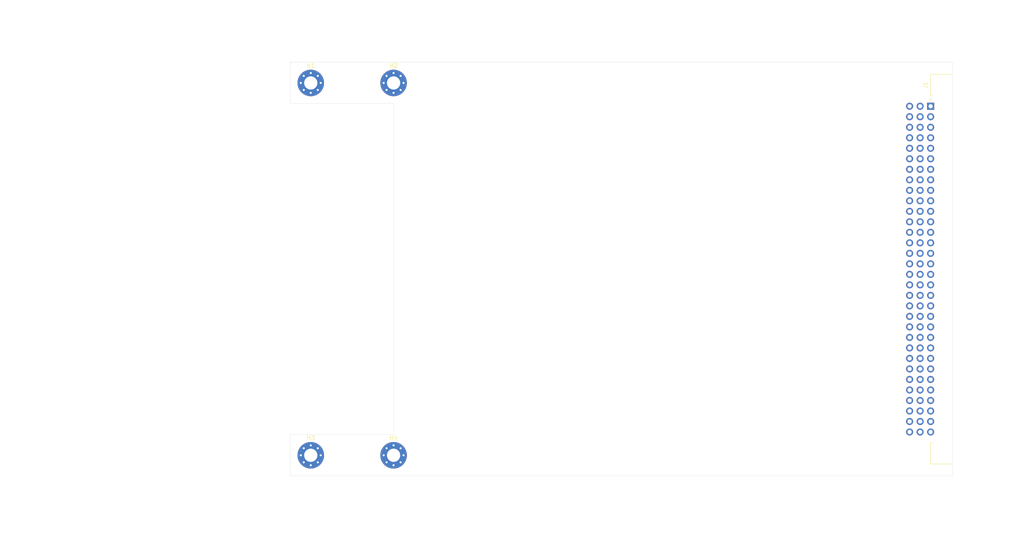
<source format=kicad_pcb>
(kicad_pcb (version 20221018) (generator pcbnew)
  (layers (0 "F.Cu" signal) (31 "B.Cu" signal) (34 "B.Paste" user) (35 "F.Paste" user) (36 "B.SilkS" user "B.Silkscreen") (37 "F.SilkS" user "F.Silkscreen") (38 "B.Mask" user) (39 "F.Mask" user) (44 "Edge.Cuts" user))
  (net 0 "")
  (footprint "MountingHole_3.2mm_M3_Pad_Via" (layer "F.Cu") (at 95 125)
    (fp_text reference "H3" (at 0 -4.2) (layer "F.SilkS"))
    (fp_text value "MountingHole_3.2mm_M3_Pad_Via")
    (pad "1" thru_hole circle (at -2.4 0) (size 0.8 0.8) (drill 0.5) (layers "*.Cu" "*.Mask"))
    (pad "1" thru_hole circle (at -1.697056 -1.697056) (size 0.8 0.8) (drill 0.5) (layers "*.Cu" "*.Mask"))
    (pad "1" thru_hole circle (at -1.697056 1.697056) (size 0.8 0.8) (drill 0.5) (layers "*.Cu" "*.Mask"))
    (pad "1" thru_hole circle (at 0 -2.4) (size 0.8 0.8) (drill 0.5) (layers "*.Cu" "*.Mask"))
    (pad "1" thru_hole circle (at 0 0) (size 6.4 6.4) (drill 3.2) (layers "*.Cu" "*.Mask"))
    (pad "1" thru_hole circle (at 0 2.4) (size 0.8 0.8) (drill 0.5) (layers "*.Cu" "*.Mask"))
    (pad "1" thru_hole circle (at 1.697056 -1.697056) (size 0.8 0.8) (drill 0.5) (layers "*.Cu" "*.Mask"))
    (pad "1" thru_hole circle (at 1.697056 1.697056) (size 0.8 0.8) (drill 0.5) (layers "*.Cu" "*.Mask"))
    (pad "1" thru_hole circle (at 2.4 0) (size 0.8 0.8) (drill 0.5) (layers "*.Cu" "*.Mask"))
  )
  (footprint "DIN41612_B_3x32_Horizontal" (layer "F.Cu") (at 244.7 40.63 -90)
    (fp_text reference "J1" (at -5.08 1.27 -90) (layer "F.SilkS"))
    (fp_text value "DIN41612_B_3x32_Horizontal")
    (fp_line (start -7.73 0.06) (end -7.73 -5.04) (stroke (width 0.15)) (layer "F.SilkS"))
    (fp_line (start -2.53 -0.44) (end -2.53 0.06) (stroke (width 0.15)) (layer "F.SilkS"))
    (fp_line (start -2.53 0.06) (end -7.73 0.06) (stroke (width 0.15)) (layer "F.SilkS"))
    (fp_line (start -1.95 -0.3) (end -1.95 0.3) (stroke (width 0.12)) (layer "F.SilkS"))
    (fp_line (start -1.95 0.3) (end -1.35 0) (stroke (width 0.12)) (layer "F.SilkS"))
    (fp_line (start -1.35 0) (end -1.95 -0.3) (stroke (width 0.12)) (layer "F.SilkS"))
    (fp_line (start 81.27 -0.44) (end 81.27 0.06) (stroke (width 0.15)) (layer "F.SilkS"))
    (fp_line (start 81.27 0.06) (end 86.47 0.06) (stroke (width 0.15)) (layer "F.SilkS"))
    (fp_line (start 86.47 0.06) (end 86.47 -5.04) (stroke (width 0.15)) (layer "F.SilkS"))
    (pad "" np_thru_hole circle (at -5.08 -2.54 270) (size 2.8 2.8) (drill 2.8) (layers "*.Cu" "*.Mask"))
    (pad "" np_thru_hole circle (at 83.82 -2.54 270) (size 2.8 2.8) (drill 2.8) (layers "*.Cu" "*.Mask"))
    (pad "a1" thru_hole rect (at 0 0 270) (size 1.7 1.7) (drill 1) (layers "*.Cu" "*.Mask"))
    (pad "a2" thru_hole circle (at 2.54 0 270) (size 1.7 1.7) (drill 1) (layers "*.Cu" "*.Mask"))
    (pad "a3" thru_hole circle (at 5.08 0 270) (size 1.7 1.7) (drill 1) (layers "*.Cu" "*.Mask"))
    (pad "a4" thru_hole circle (at 7.62 0 270) (size 1.7 1.7) (drill 1) (layers "*.Cu" "*.Mask"))
    (pad "a5" thru_hole circle (at 10.16 0 270) (size 1.7 1.7) (drill 1) (layers "*.Cu" "*.Mask"))
    (pad "a6" thru_hole circle (at 12.7 0 270) (size 1.7 1.7) (drill 1) (layers "*.Cu" "*.Mask"))
    (pad "a7" thru_hole circle (at 15.24 0 270) (size 1.7 1.7) (drill 1) (layers "*.Cu" "*.Mask"))
    (pad "a8" thru_hole circle (at 17.78 0 270) (size 1.7 1.7) (drill 1) (layers "*.Cu" "*.Mask"))
    (pad "a9" thru_hole circle (at 20.32 0 270) (size 1.7 1.7) (drill 1) (layers "*.Cu" "*.Mask"))
    (pad "a10" thru_hole circle (at 22.86 0 270) (size 1.7 1.7) (drill 1) (layers "*.Cu" "*.Mask"))
    (pad "a11" thru_hole circle (at 25.4 0 270) (size 1.7 1.7) (drill 1) (layers "*.Cu" "*.Mask"))
    (pad "a12" thru_hole circle (at 27.94 0 270) (size 1.7 1.7) (drill 1) (layers "*.Cu" "*.Mask"))
    (pad "a13" thru_hole circle (at 30.48 0 270) (size 1.7 1.7) (drill 1) (layers "*.Cu" "*.Mask"))
    (pad "a14" thru_hole circle (at 33.02 0 270) (size 1.7 1.7) (drill 1) (layers "*.Cu" "*.Mask"))
    (pad "a15" thru_hole circle (at 35.56 0 270) (size 1.7 1.7) (drill 1) (layers "*.Cu" "*.Mask"))
    (pad "a16" thru_hole circle (at 38.1 0 270) (size 1.7 1.7) (drill 1) (layers "*.Cu" "*.Mask"))
    (pad "a17" thru_hole circle (at 40.64 0 270) (size 1.7 1.7) (drill 1) (layers "*.Cu" "*.Mask"))
    (pad "a18" thru_hole circle (at 43.18 0 270) (size 1.7 1.7) (drill 1) (layers "*.Cu" "*.Mask"))
    (pad "a19" thru_hole circle (at 45.72 0 270) (size 1.7 1.7) (drill 1) (layers "*.Cu" "*.Mask"))
    (pad "a20" thru_hole circle (at 48.26 0 270) (size 1.7 1.7) (drill 1) (layers "*.Cu" "*.Mask"))
    (pad "a21" thru_hole circle (at 50.8 0 270) (size 1.7 1.7) (drill 1) (layers "*.Cu" "*.Mask"))
    (pad "a22" thru_hole circle (at 53.34 0 270) (size 1.7 1.7) (drill 1) (layers "*.Cu" "*.Mask"))
    (pad "a23" thru_hole circle (at 55.88 0 270) (size 1.7 1.7) (drill 1) (layers "*.Cu" "*.Mask"))
    (pad "a24" thru_hole circle (at 58.42 0 270) (size 1.7 1.7) (drill 1) (layers "*.Cu" "*.Mask"))
    (pad "a25" thru_hole circle (at 60.96 0 270) (size 1.7 1.7) (drill 1) (layers "*.Cu" "*.Mask"))
    (pad "a26" thru_hole circle (at 63.5 0 270) (size 1.7 1.7) (drill 1) (layers "*.Cu" "*.Mask"))
    (pad "a27" thru_hole circle (at 66.04 0 270) (size 1.7 1.7) (drill 1) (layers "*.Cu" "*.Mask"))
    (pad "a28" thru_hole circle (at 68.58 0 270) (size 1.7 1.7) (drill 1) (layers "*.Cu" "*.Mask"))
    (pad "a29" thru_hole circle (at 71.12 0 270) (size 1.7 1.7) (drill 1) (layers "*.Cu" "*.Mask"))
    (pad "a30" thru_hole circle (at 73.66 0 270) (size 1.7 1.7) (drill 1) (layers "*.Cu" "*.Mask"))
    (pad "a31" thru_hole circle (at 76.2 0 270) (size 1.7 1.7) (drill 1) (layers "*.Cu" "*.Mask"))
    (pad "a32" thru_hole circle (at 78.74 0 270) (size 1.7 1.7) (drill 1) (layers "*.Cu" "*.Mask"))
    (pad "b1" thru_hole circle (at 0 2.54 270) (size 1.7 1.7) (drill 1) (layers "*.Cu" "*.Mask"))
    (pad "b2" thru_hole circle (at 2.54 2.54 270) (size 1.7 1.7) (drill 1) (layers "*.Cu" "*.Mask"))
    (pad "b3" thru_hole circle (at 5.08 2.54 270) (size 1.7 1.7) (drill 1) (layers "*.Cu" "*.Mask"))
    (pad "b4" thru_hole circle (at 7.62 2.54 270) (size 1.7 1.7) (drill 1) (layers "*.Cu" "*.Mask"))
    (pad "b5" thru_hole circle (at 10.16 2.54 270) (size 1.7 1.7) (drill 1) (layers "*.Cu" "*.Mask"))
    (pad "b6" thru_hole circle (at 12.7 2.54 270) (size 1.7 1.7) (drill 1) (layers "*.Cu" "*.Mask"))
    (pad "b7" thru_hole circle (at 15.24 2.54 270) (size 1.7 1.7) (drill 1) (layers "*.Cu" "*.Mask"))
    (pad "b8" thru_hole circle (at 17.78 2.54 270) (size 1.7 1.7) (drill 1) (layers "*.Cu" "*.Mask"))
    (pad "b9" thru_hole circle (at 20.32 2.54 270) (size 1.7 1.7) (drill 1) (layers "*.Cu" "*.Mask"))
    (pad "b10" thru_hole circle (at 22.86 2.54 270) (size 1.7 1.7) (drill 1) (layers "*.Cu" "*.Mask"))
    (pad "b11" thru_hole circle (at 25.4 2.54 270) (size 1.7 1.7) (drill 1) (layers "*.Cu" "*.Mask"))
    (pad "b12" thru_hole circle (at 27.94 2.54 270) (size 1.7 1.7) (drill 1) (layers "*.Cu" "*.Mask"))
    (pad "b13" thru_hole circle (at 30.48 2.54 270) (size 1.7 1.7) (drill 1) (layers "*.Cu" "*.Mask"))
    (pad "b14" thru_hole circle (at 33.02 2.54 270) (size 1.7 1.7) (drill 1) (layers "*.Cu" "*.Mask"))
    (pad "b15" thru_hole circle (at 35.56 2.54 270) (size 1.7 1.7) (drill 1) (layers "*.Cu" "*.Mask"))
    (pad "b16" thru_hole circle (at 38.1 2.54 270) (size 1.7 1.7) (drill 1) (layers "*.Cu" "*.Mask"))
    (pad "b17" thru_hole circle (at 40.64 2.54 270) (size 1.7 1.7) (drill 1) (layers "*.Cu" "*.Mask"))
    (pad "b18" thru_hole circle (at 43.18 2.54 270) (size 1.7 1.7) (drill 1) (layers "*.Cu" "*.Mask"))
    (pad "b19" thru_hole circle (at 45.72 2.54 270) (size 1.7 1.7) (drill 1) (layers "*.Cu" "*.Mask"))
    (pad "b20" thru_hole circle (at 48.26 2.54 270) (size 1.7 1.7) (drill 1) (layers "*.Cu" "*.Mask"))
    (pad "b21" thru_hole circle (at 50.8 2.54 270) (size 1.7 1.7) (drill 1) (layers "*.Cu" "*.Mask"))
    (pad "b22" thru_hole circle (at 53.34 2.54 270) (size 1.7 1.7) (drill 1) (layers "*.Cu" "*.Mask"))
    (pad "b23" thru_hole circle (at 55.88 2.54 270) (size 1.7 1.7) (drill 1) (layers "*.Cu" "*.Mask"))
    (pad "b24" thru_hole circle (at 58.42 2.54 270) (size 1.7 1.7) (drill 1) (layers "*.Cu" "*.Mask"))
    (pad "b25" thru_hole circle (at 60.96 2.54 270) (size 1.7 1.7) (drill 1) (layers "*.Cu" "*.Mask"))
    (pad "b26" thru_hole circle (at 63.5 2.54 270) (size 1.7 1.7) (drill 1) (layers "*.Cu" "*.Mask"))
    (pad "b27" thru_hole circle (at 66.04 2.54 270) (size 1.7 1.7) (drill 1) (layers "*.Cu" "*.Mask"))
    (pad "b28" thru_hole circle (at 68.58 2.54 270) (size 1.7 1.7) (drill 1) (layers "*.Cu" "*.Mask"))
    (pad "b29" thru_hole circle (at 71.12 2.54 270) (size 1.7 1.7) (drill 1) (layers "*.Cu" "*.Mask"))
    (pad "b30" thru_hole circle (at 73.66 2.54 270) (size 1.7 1.7) (drill 1) (layers "*.Cu" "*.Mask"))
    (pad "b31" thru_hole circle (at 76.2 2.54 270) (size 1.7 1.7) (drill 1) (layers "*.Cu" "*.Mask"))
    (pad "b32" thru_hole circle (at 78.74 2.54 270) (size 1.7 1.7) (drill 1) (layers "*.Cu" "*.Mask"))
    (pad "c1" thru_hole circle (at 0 5.08 270) (size 1.7 1.7) (drill 1) (layers "*.Cu" "*.Mask"))
    (pad "c2" thru_hole circle (at 2.54 5.08 270) (size 1.7 1.7) (drill 1) (layers "*.Cu" "*.Mask"))
    (pad "c3" thru_hole circle (at 5.08 5.08 270) (size 1.7 1.7) (drill 1) (layers "*.Cu" "*.Mask"))
    (pad "c4" thru_hole circle (at 7.62 5.08 270) (size 1.7 1.7) (drill 1) (layers "*.Cu" "*.Mask"))
    (pad "c5" thru_hole circle (at 10.16 5.08 270) (size 1.7 1.7) (drill 1) (layers "*.Cu" "*.Mask"))
    (pad "c6" thru_hole circle (at 12.7 5.08 270) (size 1.7 1.7) (drill 1) (layers "*.Cu" "*.Mask"))
    (pad "c7" thru_hole circle (at 15.24 5.08 270) (size 1.7 1.7) (drill 1) (layers "*.Cu" "*.Mask"))
    (pad "c8" thru_hole circle (at 17.78 5.08 270) (size 1.7 1.7) (drill 1) (layers "*.Cu" "*.Mask"))
    (pad "c9" thru_hole circle (at 20.32 5.08 270) (size 1.7 1.7) (drill 1) (layers "*.Cu" "*.Mask"))
    (pad "c10" thru_hole circle (at 22.86 5.08 270) (size 1.7 1.7) (drill 1) (layers "*.Cu" "*.Mask"))
    (pad "c11" thru_hole circle (at 25.4 5.08 270) (size 1.7 1.7) (drill 1) (layers "*.Cu" "*.Mask"))
    (pad "c12" thru_hole circle (at 27.94 5.08 270) (size 1.7 1.7) (drill 1) (layers "*.Cu" "*.Mask"))
    (pad "c13" thru_hole circle (at 30.48 5.08 270) (size 1.7 1.7) (drill 1) (layers "*.Cu" "*.Mask"))
    (pad "c14" thru_hole circle (at 33.02 5.08 270) (size 1.7 1.7) (drill 1) (layers "*.Cu" "*.Mask"))
    (pad "c15" thru_hole circle (at 35.56 5.08 270) (size 1.7 1.7) (drill 1) (layers "*.Cu" "*.Mask"))
    (pad "c16" thru_hole circle (at 38.1 5.08 270) (size 1.7 1.7) (drill 1) (layers "*.Cu" "*.Mask"))
    (pad "c17" thru_hole circle (at 40.64 5.08 270) (size 1.7 1.7) (drill 1) (layers "*.Cu" "*.Mask"))
    (pad "c18" thru_hole circle (at 43.18 5.08 270) (size 1.7 1.7) (drill 1) (layers "*.Cu" "*.Mask"))
    (pad "c19" thru_hole circle (at 45.72 5.08 270) (size 1.7 1.7) (drill 1) (layers "*.Cu" "*.Mask"))
    (pad "c20" thru_hole circle (at 48.26 5.08 270) (size 1.7 1.7) (drill 1) (layers "*.Cu" "*.Mask"))
    (pad "c21" thru_hole circle (at 50.8 5.08 270) (size 1.7 1.7) (drill 1) (layers "*.Cu" "*.Mask"))
    (pad "c22" thru_hole circle (at 53.34 5.08 270) (size 1.7 1.7) (drill 1) (layers "*.Cu" "*.Mask"))
    (pad "c23" thru_hole circle (at 55.88 5.08 270) (size 1.7 1.7) (drill 1) (layers "*.Cu" "*.Mask"))
    (pad "c24" thru_hole circle (at 58.42 5.08 270) (size 1.7 1.7) (drill 1) (layers "*.Cu" "*.Mask"))
    (pad "c25" thru_hole circle (at 60.96 5.08 270) (size 1.7 1.7) (drill 1) (layers "*.Cu" "*.Mask"))
    (pad "c26" thru_hole circle (at 63.5 5.08 270) (size 1.7 1.7) (drill 1) (layers "*.Cu" "*.Mask"))
    (pad "c27" thru_hole circle (at 66.04 5.08 270) (size 1.7 1.7) (drill 1) (layers "*.Cu" "*.Mask"))
    (pad "c28" thru_hole circle (at 68.58 5.08 270) (size 1.7 1.7) (drill 1) (layers "*.Cu" "*.Mask"))
    (pad "c29" thru_hole circle (at 71.12 5.08 270) (size 1.7 1.7) (drill 1) (layers "*.Cu" "*.Mask"))
    (pad "c30" thru_hole circle (at 73.66 5.08 270) (size 1.7 1.7) (drill 1) (layers "*.Cu" "*.Mask"))
    (pad "c31" thru_hole circle (at 76.2 5.08 270) (size 1.7 1.7) (drill 1) (layers "*.Cu" "*.Mask"))
    (pad "c32" thru_hole circle (at 78.74 5.08 270) (size 1.7 1.7) (drill 1) (layers "*.Cu" "*.Mask"))
  )
  (footprint "MountingHole_3.2mm_M3_Pad_Via" (layer "F.Cu") (at 115 35)
    (fp_text reference "H2" (at 0 -4.2) (layer "F.SilkS"))
    (fp_text value "MountingHole_3.2mm_M3_Pad_Via")
    (pad "1" thru_hole circle (at -2.4 0) (size 0.8 0.8) (drill 0.5) (layers "*.Cu" "*.Mask"))
    (pad "1" thru_hole circle (at -1.697056 -1.697056) (size 0.8 0.8) (drill 0.5) (layers "*.Cu" "*.Mask"))
    (pad "1" thru_hole circle (at -1.697056 1.697056) (size 0.8 0.8) (drill 0.5) (layers "*.Cu" "*.Mask"))
    (pad "1" thru_hole circle (at 0 -2.4) (size 0.8 0.8) (drill 0.5) (layers "*.Cu" "*.Mask"))
    (pad "1" thru_hole circle (at 0 0) (size 6.4 6.4) (drill 3.2) (layers "*.Cu" "*.Mask"))
    (pad "1" thru_hole circle (at 0 2.4) (size 0.8 0.8) (drill 0.5) (layers "*.Cu" "*.Mask"))
    (pad "1" thru_hole circle (at 1.697056 -1.697056) (size 0.8 0.8) (drill 0.5) (layers "*.Cu" "*.Mask"))
    (pad "1" thru_hole circle (at 1.697056 1.697056) (size 0.8 0.8) (drill 0.5) (layers "*.Cu" "*.Mask"))
    (pad "1" thru_hole circle (at 2.4 0) (size 0.8 0.8) (drill 0.5) (layers "*.Cu" "*.Mask"))
  )
  (footprint "MountingHole_3.2mm_M3_Pad_Via" (layer "F.Cu") (at 95 35)
    (fp_text reference "H1" (at 0 -4.2) (layer "F.SilkS"))
    (fp_text value "MountingHole_3.2mm_M3_Pad_Via")
    (pad "1" thru_hole circle (at -2.4 0) (size 0.8 0.8) (drill 0.5) (layers "*.Cu" "*.Mask"))
    (pad "1" thru_hole circle (at -1.697056 -1.697056) (size 0.8 0.8) (drill 0.5) (layers "*.Cu" "*.Mask"))
    (pad "1" thru_hole circle (at -1.697056 1.697056) (size 0.8 0.8) (drill 0.5) (layers "*.Cu" "*.Mask"))
    (pad "1" thru_hole circle (at 0 -2.4) (size 0.8 0.8) (drill 0.5) (layers "*.Cu" "*.Mask"))
    (pad "1" thru_hole circle (at 0 0) (size 6.4 6.4) (drill 3.2) (layers "*.Cu" "*.Mask"))
    (pad "1" thru_hole circle (at 0 2.4) (size 0.8 0.8) (drill 0.5) (layers "*.Cu" "*.Mask"))
    (pad "1" thru_hole circle (at 1.697056 -1.697056) (size 0.8 0.8) (drill 0.5) (layers "*.Cu" "*.Mask"))
    (pad "1" thru_hole circle (at 1.697056 1.697056) (size 0.8 0.8) (drill 0.5) (layers "*.Cu" "*.Mask"))
    (pad "1" thru_hole circle (at 2.4 0) (size 0.8 0.8) (drill 0.5) (layers "*.Cu" "*.Mask"))
  )
  (footprint "MountingHole_3.2mm_M3_Pad_Via" (layer "F.Cu") (at 115 125)
    (fp_text reference "H4" (at 0 -4.2) (layer "F.SilkS"))
    (fp_text value "MountingHole_3.2mm_M3_Pad_Via")
    (pad "1" thru_hole circle (at -2.4 0) (size 0.8 0.8) (drill 0.5) (layers "*.Cu" "*.Mask"))
    (pad "1" thru_hole circle (at -1.697056 -1.697056) (size 0.8 0.8) (drill 0.5) (layers "*.Cu" "*.Mask"))
    (pad "1" thru_hole circle (at -1.697056 1.697056) (size 0.8 0.8) (drill 0.5) (layers "*.Cu" "*.Mask"))
    (pad "1" thru_hole circle (at 0 -2.4) (size 0.8 0.8) (drill 0.5) (layers "*.Cu" "*.Mask"))
    (pad "1" thru_hole circle (at 0 0) (size 6.4 6.4) (drill 3.2) (layers "*.Cu" "*.Mask"))
    (pad "1" thru_hole circle (at 0 2.4) (size 0.8 0.8) (drill 0.5) (layers "*.Cu" "*.Mask"))
    (pad "1" thru_hole circle (at 1.697056 -1.697056) (size 0.8 0.8) (drill 0.5) (layers "*.Cu" "*.Mask"))
    (pad "1" thru_hole circle (at 1.697056 1.697056) (size 0.8 0.8) (drill 0.5) (layers "*.Cu" "*.Mask"))
    (pad "1" thru_hole circle (at 2.4 0) (size 0.8 0.8) (drill 0.5) (layers "*.Cu" "*.Mask"))
  )
  (gr_line (start 90 40) (end 115 40) (stroke (width 0.05)) (layer "Edge.Cuts"))
  (gr_line (start 115 120) (end 115 40) (stroke (width 0.05)) (layer "Edge.Cuts"))
  (gr_line (start 90 30) (end 250 30) (stroke (width 0.05)) (layer "Edge.Cuts"))
  (gr_line (start 250 30) (end 250 130) (stroke (width 0.05)) (layer "Edge.Cuts"))
  (gr_line (start 90 130) (end 90 120) (stroke (width 0.05)) (layer "Edge.Cuts"))
  (gr_line (start 250 130) (end 90 130) (stroke (width 0.05)) (layer "Edge.Cuts"))
  (gr_line (start 90 30) (end 90 40) (stroke (width 0.05)) (layer "Edge.Cuts"))
  (gr_line (start 90 120) (end 115 120) (stroke (width 0.05)) (layer "Edge.Cuts"))
)
</source>
